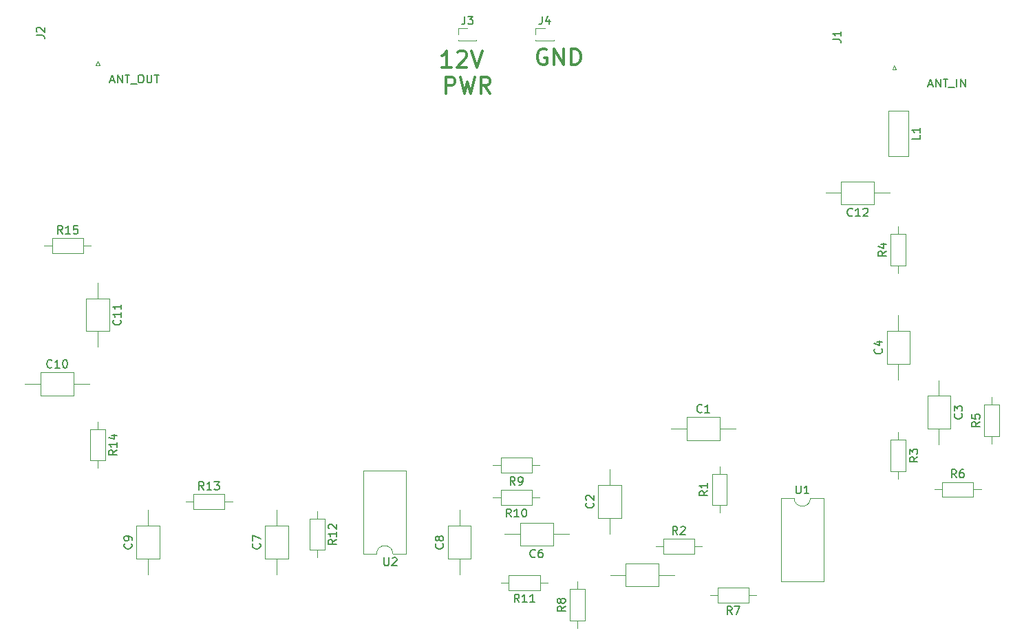
<source format=gbr>
%TF.GenerationSoftware,KiCad,Pcbnew,8.0.3*%
%TF.CreationDate,2024-09-19T11:22:37+05:30*%
%TF.ProjectId,VLF amplifier,564c4620-616d-4706-9c69-666965722e6b,rev?*%
%TF.SameCoordinates,Original*%
%TF.FileFunction,Legend,Top*%
%TF.FilePolarity,Positive*%
%FSLAX46Y46*%
G04 Gerber Fmt 4.6, Leading zero omitted, Abs format (unit mm)*
G04 Created by KiCad (PCBNEW 8.0.3) date 2024-09-19 11:22:37*
%MOMM*%
%LPD*%
G01*
G04 APERTURE LIST*
%ADD10C,0.300000*%
%ADD11C,0.150000*%
%ADD12C,0.120000*%
G04 APERTURE END LIST*
D10*
X165221177Y-66834876D02*
X165030701Y-66739638D01*
X165030701Y-66739638D02*
X164744987Y-66739638D01*
X164744987Y-66739638D02*
X164459272Y-66834876D01*
X164459272Y-66834876D02*
X164268796Y-67025352D01*
X164268796Y-67025352D02*
X164173558Y-67215828D01*
X164173558Y-67215828D02*
X164078320Y-67596780D01*
X164078320Y-67596780D02*
X164078320Y-67882495D01*
X164078320Y-67882495D02*
X164173558Y-68263447D01*
X164173558Y-68263447D02*
X164268796Y-68453923D01*
X164268796Y-68453923D02*
X164459272Y-68644400D01*
X164459272Y-68644400D02*
X164744987Y-68739638D01*
X164744987Y-68739638D02*
X164935463Y-68739638D01*
X164935463Y-68739638D02*
X165221177Y-68644400D01*
X165221177Y-68644400D02*
X165316415Y-68549161D01*
X165316415Y-68549161D02*
X165316415Y-67882495D01*
X165316415Y-67882495D02*
X164935463Y-67882495D01*
X166173558Y-68739638D02*
X166173558Y-66739638D01*
X166173558Y-66739638D02*
X167316415Y-68739638D01*
X167316415Y-68739638D02*
X167316415Y-66739638D01*
X168268796Y-68739638D02*
X168268796Y-66739638D01*
X168268796Y-66739638D02*
X168744986Y-66739638D01*
X168744986Y-66739638D02*
X169030701Y-66834876D01*
X169030701Y-66834876D02*
X169221177Y-67025352D01*
X169221177Y-67025352D02*
X169316415Y-67215828D01*
X169316415Y-67215828D02*
X169411653Y-67596780D01*
X169411653Y-67596780D02*
X169411653Y-67882495D01*
X169411653Y-67882495D02*
X169316415Y-68263447D01*
X169316415Y-68263447D02*
X169221177Y-68453923D01*
X169221177Y-68453923D02*
X169030701Y-68644400D01*
X169030701Y-68644400D02*
X168744986Y-68739638D01*
X168744986Y-68739638D02*
X168268796Y-68739638D01*
X153499999Y-69019750D02*
X152357142Y-69019750D01*
X152928570Y-69019750D02*
X152928570Y-67019750D01*
X152928570Y-67019750D02*
X152738094Y-67305464D01*
X152738094Y-67305464D02*
X152547618Y-67495940D01*
X152547618Y-67495940D02*
X152357142Y-67591178D01*
X154261904Y-67210226D02*
X154357142Y-67114988D01*
X154357142Y-67114988D02*
X154547618Y-67019750D01*
X154547618Y-67019750D02*
X155023809Y-67019750D01*
X155023809Y-67019750D02*
X155214285Y-67114988D01*
X155214285Y-67114988D02*
X155309523Y-67210226D01*
X155309523Y-67210226D02*
X155404761Y-67400702D01*
X155404761Y-67400702D02*
X155404761Y-67591178D01*
X155404761Y-67591178D02*
X155309523Y-67876892D01*
X155309523Y-67876892D02*
X154166666Y-69019750D01*
X154166666Y-69019750D02*
X155404761Y-69019750D01*
X155976190Y-67019750D02*
X156642856Y-69019750D01*
X156642856Y-69019750D02*
X157309523Y-67019750D01*
X152833333Y-72239638D02*
X152833333Y-70239638D01*
X152833333Y-70239638D02*
X153595238Y-70239638D01*
X153595238Y-70239638D02*
X153785714Y-70334876D01*
X153785714Y-70334876D02*
X153880952Y-70430114D01*
X153880952Y-70430114D02*
X153976190Y-70620590D01*
X153976190Y-70620590D02*
X153976190Y-70906304D01*
X153976190Y-70906304D02*
X153880952Y-71096780D01*
X153880952Y-71096780D02*
X153785714Y-71192019D01*
X153785714Y-71192019D02*
X153595238Y-71287257D01*
X153595238Y-71287257D02*
X152833333Y-71287257D01*
X154642857Y-70239638D02*
X155119047Y-72239638D01*
X155119047Y-72239638D02*
X155500000Y-70811066D01*
X155500000Y-70811066D02*
X155880952Y-72239638D01*
X155880952Y-72239638D02*
X156357143Y-70239638D01*
X158261904Y-72239638D02*
X157595237Y-71287257D01*
X157119047Y-72239638D02*
X157119047Y-70239638D01*
X157119047Y-70239638D02*
X157880952Y-70239638D01*
X157880952Y-70239638D02*
X158071428Y-70334876D01*
X158071428Y-70334876D02*
X158166666Y-70430114D01*
X158166666Y-70430114D02*
X158261904Y-70620590D01*
X158261904Y-70620590D02*
X158261904Y-70906304D01*
X158261904Y-70906304D02*
X158166666Y-71096780D01*
X158166666Y-71096780D02*
X158071428Y-71192019D01*
X158071428Y-71192019D02*
X157880952Y-71287257D01*
X157880952Y-71287257D02*
X157119047Y-71287257D01*
D11*
X161857142Y-134874819D02*
X161523809Y-134398628D01*
X161285714Y-134874819D02*
X161285714Y-133874819D01*
X161285714Y-133874819D02*
X161666666Y-133874819D01*
X161666666Y-133874819D02*
X161761904Y-133922438D01*
X161761904Y-133922438D02*
X161809523Y-133970057D01*
X161809523Y-133970057D02*
X161857142Y-134065295D01*
X161857142Y-134065295D02*
X161857142Y-134208152D01*
X161857142Y-134208152D02*
X161809523Y-134303390D01*
X161809523Y-134303390D02*
X161761904Y-134351009D01*
X161761904Y-134351009D02*
X161666666Y-134398628D01*
X161666666Y-134398628D02*
X161285714Y-134398628D01*
X162809523Y-134874819D02*
X162238095Y-134874819D01*
X162523809Y-134874819D02*
X162523809Y-133874819D01*
X162523809Y-133874819D02*
X162428571Y-134017676D01*
X162428571Y-134017676D02*
X162333333Y-134112914D01*
X162333333Y-134112914D02*
X162238095Y-134160533D01*
X163761904Y-134874819D02*
X163190476Y-134874819D01*
X163476190Y-134874819D02*
X163476190Y-133874819D01*
X163476190Y-133874819D02*
X163380952Y-134017676D01*
X163380952Y-134017676D02*
X163285714Y-134112914D01*
X163285714Y-134112914D02*
X163190476Y-134160533D01*
X218534819Y-112666666D02*
X218058628Y-112999999D01*
X218534819Y-113238094D02*
X217534819Y-113238094D01*
X217534819Y-113238094D02*
X217534819Y-112857142D01*
X217534819Y-112857142D02*
X217582438Y-112761904D01*
X217582438Y-112761904D02*
X217630057Y-112714285D01*
X217630057Y-112714285D02*
X217725295Y-112666666D01*
X217725295Y-112666666D02*
X217868152Y-112666666D01*
X217868152Y-112666666D02*
X217963390Y-112714285D01*
X217963390Y-112714285D02*
X218011009Y-112761904D01*
X218011009Y-112761904D02*
X218058628Y-112857142D01*
X218058628Y-112857142D02*
X218058628Y-113238094D01*
X217534819Y-111761904D02*
X217534819Y-112238094D01*
X217534819Y-112238094D02*
X218011009Y-112285713D01*
X218011009Y-112285713D02*
X217963390Y-112238094D01*
X217963390Y-112238094D02*
X217915771Y-112142856D01*
X217915771Y-112142856D02*
X217915771Y-111904761D01*
X217915771Y-111904761D02*
X217963390Y-111809523D01*
X217963390Y-111809523D02*
X218011009Y-111761904D01*
X218011009Y-111761904D02*
X218106247Y-111714285D01*
X218106247Y-111714285D02*
X218344342Y-111714285D01*
X218344342Y-111714285D02*
X218439580Y-111761904D01*
X218439580Y-111761904D02*
X218487200Y-111809523D01*
X218487200Y-111809523D02*
X218534819Y-111904761D01*
X218534819Y-111904761D02*
X218534819Y-112142856D01*
X218534819Y-112142856D02*
X218487200Y-112238094D01*
X218487200Y-112238094D02*
X218439580Y-112285713D01*
X210874819Y-116976666D02*
X210398628Y-117309999D01*
X210874819Y-117548094D02*
X209874819Y-117548094D01*
X209874819Y-117548094D02*
X209874819Y-117167142D01*
X209874819Y-117167142D02*
X209922438Y-117071904D01*
X209922438Y-117071904D02*
X209970057Y-117024285D01*
X209970057Y-117024285D02*
X210065295Y-116976666D01*
X210065295Y-116976666D02*
X210208152Y-116976666D01*
X210208152Y-116976666D02*
X210303390Y-117024285D01*
X210303390Y-117024285D02*
X210351009Y-117071904D01*
X210351009Y-117071904D02*
X210398628Y-117167142D01*
X210398628Y-117167142D02*
X210398628Y-117548094D01*
X209874819Y-116643332D02*
X209874819Y-116024285D01*
X209874819Y-116024285D02*
X210255771Y-116357618D01*
X210255771Y-116357618D02*
X210255771Y-116214761D01*
X210255771Y-116214761D02*
X210303390Y-116119523D01*
X210303390Y-116119523D02*
X210351009Y-116071904D01*
X210351009Y-116071904D02*
X210446247Y-116024285D01*
X210446247Y-116024285D02*
X210684342Y-116024285D01*
X210684342Y-116024285D02*
X210779580Y-116071904D01*
X210779580Y-116071904D02*
X210827200Y-116119523D01*
X210827200Y-116119523D02*
X210874819Y-116214761D01*
X210874819Y-116214761D02*
X210874819Y-116500475D01*
X210874819Y-116500475D02*
X210827200Y-116595713D01*
X210827200Y-116595713D02*
X210779580Y-116643332D01*
X152439580Y-127666666D02*
X152487200Y-127714285D01*
X152487200Y-127714285D02*
X152534819Y-127857142D01*
X152534819Y-127857142D02*
X152534819Y-127952380D01*
X152534819Y-127952380D02*
X152487200Y-128095237D01*
X152487200Y-128095237D02*
X152391961Y-128190475D01*
X152391961Y-128190475D02*
X152296723Y-128238094D01*
X152296723Y-128238094D02*
X152106247Y-128285713D01*
X152106247Y-128285713D02*
X151963390Y-128285713D01*
X151963390Y-128285713D02*
X151772914Y-128238094D01*
X151772914Y-128238094D02*
X151677676Y-128190475D01*
X151677676Y-128190475D02*
X151582438Y-128095237D01*
X151582438Y-128095237D02*
X151534819Y-127952380D01*
X151534819Y-127952380D02*
X151534819Y-127857142D01*
X151534819Y-127857142D02*
X151582438Y-127714285D01*
X151582438Y-127714285D02*
X151630057Y-127666666D01*
X151963390Y-127095237D02*
X151915771Y-127190475D01*
X151915771Y-127190475D02*
X151868152Y-127238094D01*
X151868152Y-127238094D02*
X151772914Y-127285713D01*
X151772914Y-127285713D02*
X151725295Y-127285713D01*
X151725295Y-127285713D02*
X151630057Y-127238094D01*
X151630057Y-127238094D02*
X151582438Y-127190475D01*
X151582438Y-127190475D02*
X151534819Y-127095237D01*
X151534819Y-127095237D02*
X151534819Y-126904761D01*
X151534819Y-126904761D02*
X151582438Y-126809523D01*
X151582438Y-126809523D02*
X151630057Y-126761904D01*
X151630057Y-126761904D02*
X151725295Y-126714285D01*
X151725295Y-126714285D02*
X151772914Y-126714285D01*
X151772914Y-126714285D02*
X151868152Y-126761904D01*
X151868152Y-126761904D02*
X151915771Y-126809523D01*
X151915771Y-126809523D02*
X151963390Y-126904761D01*
X151963390Y-126904761D02*
X151963390Y-127095237D01*
X151963390Y-127095237D02*
X152011009Y-127190475D01*
X152011009Y-127190475D02*
X152058628Y-127238094D01*
X152058628Y-127238094D02*
X152153866Y-127285713D01*
X152153866Y-127285713D02*
X152344342Y-127285713D01*
X152344342Y-127285713D02*
X152439580Y-127238094D01*
X152439580Y-127238094D02*
X152487200Y-127190475D01*
X152487200Y-127190475D02*
X152534819Y-127095237D01*
X152534819Y-127095237D02*
X152534819Y-126904761D01*
X152534819Y-126904761D02*
X152487200Y-126809523D01*
X152487200Y-126809523D02*
X152439580Y-126761904D01*
X152439580Y-126761904D02*
X152344342Y-126714285D01*
X152344342Y-126714285D02*
X152153866Y-126714285D01*
X152153866Y-126714285D02*
X152058628Y-126761904D01*
X152058628Y-126761904D02*
X152011009Y-126809523D01*
X152011009Y-126809523D02*
X151963390Y-126904761D01*
X105667142Y-89534819D02*
X105333809Y-89058628D01*
X105095714Y-89534819D02*
X105095714Y-88534819D01*
X105095714Y-88534819D02*
X105476666Y-88534819D01*
X105476666Y-88534819D02*
X105571904Y-88582438D01*
X105571904Y-88582438D02*
X105619523Y-88630057D01*
X105619523Y-88630057D02*
X105667142Y-88725295D01*
X105667142Y-88725295D02*
X105667142Y-88868152D01*
X105667142Y-88868152D02*
X105619523Y-88963390D01*
X105619523Y-88963390D02*
X105571904Y-89011009D01*
X105571904Y-89011009D02*
X105476666Y-89058628D01*
X105476666Y-89058628D02*
X105095714Y-89058628D01*
X106619523Y-89534819D02*
X106048095Y-89534819D01*
X106333809Y-89534819D02*
X106333809Y-88534819D01*
X106333809Y-88534819D02*
X106238571Y-88677676D01*
X106238571Y-88677676D02*
X106143333Y-88772914D01*
X106143333Y-88772914D02*
X106048095Y-88820533D01*
X107524285Y-88534819D02*
X107048095Y-88534819D01*
X107048095Y-88534819D02*
X107000476Y-89011009D01*
X107000476Y-89011009D02*
X107048095Y-88963390D01*
X107048095Y-88963390D02*
X107143333Y-88915771D01*
X107143333Y-88915771D02*
X107381428Y-88915771D01*
X107381428Y-88915771D02*
X107476666Y-88963390D01*
X107476666Y-88963390D02*
X107524285Y-89011009D01*
X107524285Y-89011009D02*
X107571904Y-89106247D01*
X107571904Y-89106247D02*
X107571904Y-89344342D01*
X107571904Y-89344342D02*
X107524285Y-89439580D01*
X107524285Y-89439580D02*
X107476666Y-89487200D01*
X107476666Y-89487200D02*
X107381428Y-89534819D01*
X107381428Y-89534819D02*
X107143333Y-89534819D01*
X107143333Y-89534819D02*
X107048095Y-89487200D01*
X107048095Y-89487200D02*
X107000476Y-89439580D01*
X164666666Y-62759819D02*
X164666666Y-63474104D01*
X164666666Y-63474104D02*
X164619047Y-63616961D01*
X164619047Y-63616961D02*
X164523809Y-63712200D01*
X164523809Y-63712200D02*
X164380952Y-63759819D01*
X164380952Y-63759819D02*
X164285714Y-63759819D01*
X165571428Y-63093152D02*
X165571428Y-63759819D01*
X165333333Y-62712200D02*
X165095238Y-63426485D01*
X165095238Y-63426485D02*
X165714285Y-63426485D01*
X184333333Y-111439580D02*
X184285714Y-111487200D01*
X184285714Y-111487200D02*
X184142857Y-111534819D01*
X184142857Y-111534819D02*
X184047619Y-111534819D01*
X184047619Y-111534819D02*
X183904762Y-111487200D01*
X183904762Y-111487200D02*
X183809524Y-111391961D01*
X183809524Y-111391961D02*
X183761905Y-111296723D01*
X183761905Y-111296723D02*
X183714286Y-111106247D01*
X183714286Y-111106247D02*
X183714286Y-110963390D01*
X183714286Y-110963390D02*
X183761905Y-110772914D01*
X183761905Y-110772914D02*
X183809524Y-110677676D01*
X183809524Y-110677676D02*
X183904762Y-110582438D01*
X183904762Y-110582438D02*
X184047619Y-110534819D01*
X184047619Y-110534819D02*
X184142857Y-110534819D01*
X184142857Y-110534819D02*
X184285714Y-110582438D01*
X184285714Y-110582438D02*
X184333333Y-110630057D01*
X185285714Y-111534819D02*
X184714286Y-111534819D01*
X185000000Y-111534819D02*
X185000000Y-110534819D01*
X185000000Y-110534819D02*
X184904762Y-110677676D01*
X184904762Y-110677676D02*
X184809524Y-110772914D01*
X184809524Y-110772914D02*
X184714286Y-110820533D01*
X112779580Y-100142857D02*
X112827200Y-100190476D01*
X112827200Y-100190476D02*
X112874819Y-100333333D01*
X112874819Y-100333333D02*
X112874819Y-100428571D01*
X112874819Y-100428571D02*
X112827200Y-100571428D01*
X112827200Y-100571428D02*
X112731961Y-100666666D01*
X112731961Y-100666666D02*
X112636723Y-100714285D01*
X112636723Y-100714285D02*
X112446247Y-100761904D01*
X112446247Y-100761904D02*
X112303390Y-100761904D01*
X112303390Y-100761904D02*
X112112914Y-100714285D01*
X112112914Y-100714285D02*
X112017676Y-100666666D01*
X112017676Y-100666666D02*
X111922438Y-100571428D01*
X111922438Y-100571428D02*
X111874819Y-100428571D01*
X111874819Y-100428571D02*
X111874819Y-100333333D01*
X111874819Y-100333333D02*
X111922438Y-100190476D01*
X111922438Y-100190476D02*
X111970057Y-100142857D01*
X112874819Y-99190476D02*
X112874819Y-99761904D01*
X112874819Y-99476190D02*
X111874819Y-99476190D01*
X111874819Y-99476190D02*
X112017676Y-99571428D01*
X112017676Y-99571428D02*
X112112914Y-99666666D01*
X112112914Y-99666666D02*
X112160533Y-99761904D01*
X112874819Y-98238095D02*
X112874819Y-98809523D01*
X112874819Y-98523809D02*
X111874819Y-98523809D01*
X111874819Y-98523809D02*
X112017676Y-98619047D01*
X112017676Y-98619047D02*
X112112914Y-98714285D01*
X112112914Y-98714285D02*
X112160533Y-98809523D01*
X202857142Y-87279580D02*
X202809523Y-87327200D01*
X202809523Y-87327200D02*
X202666666Y-87374819D01*
X202666666Y-87374819D02*
X202571428Y-87374819D01*
X202571428Y-87374819D02*
X202428571Y-87327200D01*
X202428571Y-87327200D02*
X202333333Y-87231961D01*
X202333333Y-87231961D02*
X202285714Y-87136723D01*
X202285714Y-87136723D02*
X202238095Y-86946247D01*
X202238095Y-86946247D02*
X202238095Y-86803390D01*
X202238095Y-86803390D02*
X202285714Y-86612914D01*
X202285714Y-86612914D02*
X202333333Y-86517676D01*
X202333333Y-86517676D02*
X202428571Y-86422438D01*
X202428571Y-86422438D02*
X202571428Y-86374819D01*
X202571428Y-86374819D02*
X202666666Y-86374819D01*
X202666666Y-86374819D02*
X202809523Y-86422438D01*
X202809523Y-86422438D02*
X202857142Y-86470057D01*
X203809523Y-87374819D02*
X203238095Y-87374819D01*
X203523809Y-87374819D02*
X203523809Y-86374819D01*
X203523809Y-86374819D02*
X203428571Y-86517676D01*
X203428571Y-86517676D02*
X203333333Y-86612914D01*
X203333333Y-86612914D02*
X203238095Y-86660533D01*
X204190476Y-86470057D02*
X204238095Y-86422438D01*
X204238095Y-86422438D02*
X204333333Y-86374819D01*
X204333333Y-86374819D02*
X204571428Y-86374819D01*
X204571428Y-86374819D02*
X204666666Y-86422438D01*
X204666666Y-86422438D02*
X204714285Y-86470057D01*
X204714285Y-86470057D02*
X204761904Y-86565295D01*
X204761904Y-86565295D02*
X204761904Y-86660533D01*
X204761904Y-86660533D02*
X204714285Y-86803390D01*
X204714285Y-86803390D02*
X204142857Y-87374819D01*
X204142857Y-87374819D02*
X204761904Y-87374819D01*
X123047142Y-121034819D02*
X122713809Y-120558628D01*
X122475714Y-121034819D02*
X122475714Y-120034819D01*
X122475714Y-120034819D02*
X122856666Y-120034819D01*
X122856666Y-120034819D02*
X122951904Y-120082438D01*
X122951904Y-120082438D02*
X122999523Y-120130057D01*
X122999523Y-120130057D02*
X123047142Y-120225295D01*
X123047142Y-120225295D02*
X123047142Y-120368152D01*
X123047142Y-120368152D02*
X122999523Y-120463390D01*
X122999523Y-120463390D02*
X122951904Y-120511009D01*
X122951904Y-120511009D02*
X122856666Y-120558628D01*
X122856666Y-120558628D02*
X122475714Y-120558628D01*
X123999523Y-121034819D02*
X123428095Y-121034819D01*
X123713809Y-121034819D02*
X123713809Y-120034819D01*
X123713809Y-120034819D02*
X123618571Y-120177676D01*
X123618571Y-120177676D02*
X123523333Y-120272914D01*
X123523333Y-120272914D02*
X123428095Y-120320533D01*
X124332857Y-120034819D02*
X124951904Y-120034819D01*
X124951904Y-120034819D02*
X124618571Y-120415771D01*
X124618571Y-120415771D02*
X124761428Y-120415771D01*
X124761428Y-120415771D02*
X124856666Y-120463390D01*
X124856666Y-120463390D02*
X124904285Y-120511009D01*
X124904285Y-120511009D02*
X124951904Y-120606247D01*
X124951904Y-120606247D02*
X124951904Y-120844342D01*
X124951904Y-120844342D02*
X124904285Y-120939580D01*
X124904285Y-120939580D02*
X124856666Y-120987200D01*
X124856666Y-120987200D02*
X124761428Y-121034819D01*
X124761428Y-121034819D02*
X124475714Y-121034819D01*
X124475714Y-121034819D02*
X124380476Y-120987200D01*
X124380476Y-120987200D02*
X124332857Y-120939580D01*
X185034819Y-121166666D02*
X184558628Y-121499999D01*
X185034819Y-121738094D02*
X184034819Y-121738094D01*
X184034819Y-121738094D02*
X184034819Y-121357142D01*
X184034819Y-121357142D02*
X184082438Y-121261904D01*
X184082438Y-121261904D02*
X184130057Y-121214285D01*
X184130057Y-121214285D02*
X184225295Y-121166666D01*
X184225295Y-121166666D02*
X184368152Y-121166666D01*
X184368152Y-121166666D02*
X184463390Y-121214285D01*
X184463390Y-121214285D02*
X184511009Y-121261904D01*
X184511009Y-121261904D02*
X184558628Y-121357142D01*
X184558628Y-121357142D02*
X184558628Y-121738094D01*
X185034819Y-120214285D02*
X185034819Y-120785713D01*
X185034819Y-120499999D02*
X184034819Y-120499999D01*
X184034819Y-120499999D02*
X184177676Y-120595237D01*
X184177676Y-120595237D02*
X184272914Y-120690475D01*
X184272914Y-120690475D02*
X184320533Y-120785713D01*
X207034819Y-91666666D02*
X206558628Y-91999999D01*
X207034819Y-92238094D02*
X206034819Y-92238094D01*
X206034819Y-92238094D02*
X206034819Y-91857142D01*
X206034819Y-91857142D02*
X206082438Y-91761904D01*
X206082438Y-91761904D02*
X206130057Y-91714285D01*
X206130057Y-91714285D02*
X206225295Y-91666666D01*
X206225295Y-91666666D02*
X206368152Y-91666666D01*
X206368152Y-91666666D02*
X206463390Y-91714285D01*
X206463390Y-91714285D02*
X206511009Y-91761904D01*
X206511009Y-91761904D02*
X206558628Y-91857142D01*
X206558628Y-91857142D02*
X206558628Y-92238094D01*
X206368152Y-90809523D02*
X207034819Y-90809523D01*
X205987200Y-91047618D02*
X206701485Y-91285713D01*
X206701485Y-91285713D02*
X206701485Y-90666666D01*
X181333333Y-126534819D02*
X181000000Y-126058628D01*
X180761905Y-126534819D02*
X180761905Y-125534819D01*
X180761905Y-125534819D02*
X181142857Y-125534819D01*
X181142857Y-125534819D02*
X181238095Y-125582438D01*
X181238095Y-125582438D02*
X181285714Y-125630057D01*
X181285714Y-125630057D02*
X181333333Y-125725295D01*
X181333333Y-125725295D02*
X181333333Y-125868152D01*
X181333333Y-125868152D02*
X181285714Y-125963390D01*
X181285714Y-125963390D02*
X181238095Y-126011009D01*
X181238095Y-126011009D02*
X181142857Y-126058628D01*
X181142857Y-126058628D02*
X180761905Y-126058628D01*
X181714286Y-125630057D02*
X181761905Y-125582438D01*
X181761905Y-125582438D02*
X181857143Y-125534819D01*
X181857143Y-125534819D02*
X182095238Y-125534819D01*
X182095238Y-125534819D02*
X182190476Y-125582438D01*
X182190476Y-125582438D02*
X182238095Y-125630057D01*
X182238095Y-125630057D02*
X182285714Y-125725295D01*
X182285714Y-125725295D02*
X182285714Y-125820533D01*
X182285714Y-125820533D02*
X182238095Y-125963390D01*
X182238095Y-125963390D02*
X181666667Y-126534819D01*
X181666667Y-126534819D02*
X182285714Y-126534819D01*
X170939580Y-122666666D02*
X170987200Y-122714285D01*
X170987200Y-122714285D02*
X171034819Y-122857142D01*
X171034819Y-122857142D02*
X171034819Y-122952380D01*
X171034819Y-122952380D02*
X170987200Y-123095237D01*
X170987200Y-123095237D02*
X170891961Y-123190475D01*
X170891961Y-123190475D02*
X170796723Y-123238094D01*
X170796723Y-123238094D02*
X170606247Y-123285713D01*
X170606247Y-123285713D02*
X170463390Y-123285713D01*
X170463390Y-123285713D02*
X170272914Y-123238094D01*
X170272914Y-123238094D02*
X170177676Y-123190475D01*
X170177676Y-123190475D02*
X170082438Y-123095237D01*
X170082438Y-123095237D02*
X170034819Y-122952380D01*
X170034819Y-122952380D02*
X170034819Y-122857142D01*
X170034819Y-122857142D02*
X170082438Y-122714285D01*
X170082438Y-122714285D02*
X170130057Y-122666666D01*
X170130057Y-122285713D02*
X170082438Y-122238094D01*
X170082438Y-122238094D02*
X170034819Y-122142856D01*
X170034819Y-122142856D02*
X170034819Y-121904761D01*
X170034819Y-121904761D02*
X170082438Y-121809523D01*
X170082438Y-121809523D02*
X170130057Y-121761904D01*
X170130057Y-121761904D02*
X170225295Y-121714285D01*
X170225295Y-121714285D02*
X170320533Y-121714285D01*
X170320533Y-121714285D02*
X170463390Y-121761904D01*
X170463390Y-121761904D02*
X171034819Y-122333332D01*
X171034819Y-122333332D02*
X171034819Y-121714285D01*
X167534819Y-135356666D02*
X167058628Y-135689999D01*
X167534819Y-135928094D02*
X166534819Y-135928094D01*
X166534819Y-135928094D02*
X166534819Y-135547142D01*
X166534819Y-135547142D02*
X166582438Y-135451904D01*
X166582438Y-135451904D02*
X166630057Y-135404285D01*
X166630057Y-135404285D02*
X166725295Y-135356666D01*
X166725295Y-135356666D02*
X166868152Y-135356666D01*
X166868152Y-135356666D02*
X166963390Y-135404285D01*
X166963390Y-135404285D02*
X167011009Y-135451904D01*
X167011009Y-135451904D02*
X167058628Y-135547142D01*
X167058628Y-135547142D02*
X167058628Y-135928094D01*
X166963390Y-134785237D02*
X166915771Y-134880475D01*
X166915771Y-134880475D02*
X166868152Y-134928094D01*
X166868152Y-134928094D02*
X166772914Y-134975713D01*
X166772914Y-134975713D02*
X166725295Y-134975713D01*
X166725295Y-134975713D02*
X166630057Y-134928094D01*
X166630057Y-134928094D02*
X166582438Y-134880475D01*
X166582438Y-134880475D02*
X166534819Y-134785237D01*
X166534819Y-134785237D02*
X166534819Y-134594761D01*
X166534819Y-134594761D02*
X166582438Y-134499523D01*
X166582438Y-134499523D02*
X166630057Y-134451904D01*
X166630057Y-134451904D02*
X166725295Y-134404285D01*
X166725295Y-134404285D02*
X166772914Y-134404285D01*
X166772914Y-134404285D02*
X166868152Y-134451904D01*
X166868152Y-134451904D02*
X166915771Y-134499523D01*
X166915771Y-134499523D02*
X166963390Y-134594761D01*
X166963390Y-134594761D02*
X166963390Y-134785237D01*
X166963390Y-134785237D02*
X167011009Y-134880475D01*
X167011009Y-134880475D02*
X167058628Y-134928094D01*
X167058628Y-134928094D02*
X167153866Y-134975713D01*
X167153866Y-134975713D02*
X167344342Y-134975713D01*
X167344342Y-134975713D02*
X167439580Y-134928094D01*
X167439580Y-134928094D02*
X167487200Y-134880475D01*
X167487200Y-134880475D02*
X167534819Y-134785237D01*
X167534819Y-134785237D02*
X167534819Y-134594761D01*
X167534819Y-134594761D02*
X167487200Y-134499523D01*
X167487200Y-134499523D02*
X167439580Y-134451904D01*
X167439580Y-134451904D02*
X167344342Y-134404285D01*
X167344342Y-134404285D02*
X167153866Y-134404285D01*
X167153866Y-134404285D02*
X167058628Y-134451904D01*
X167058628Y-134451904D02*
X167011009Y-134499523D01*
X167011009Y-134499523D02*
X166963390Y-134594761D01*
X216279580Y-111666666D02*
X216327200Y-111714285D01*
X216327200Y-111714285D02*
X216374819Y-111857142D01*
X216374819Y-111857142D02*
X216374819Y-111952380D01*
X216374819Y-111952380D02*
X216327200Y-112095237D01*
X216327200Y-112095237D02*
X216231961Y-112190475D01*
X216231961Y-112190475D02*
X216136723Y-112238094D01*
X216136723Y-112238094D02*
X215946247Y-112285713D01*
X215946247Y-112285713D02*
X215803390Y-112285713D01*
X215803390Y-112285713D02*
X215612914Y-112238094D01*
X215612914Y-112238094D02*
X215517676Y-112190475D01*
X215517676Y-112190475D02*
X215422438Y-112095237D01*
X215422438Y-112095237D02*
X215374819Y-111952380D01*
X215374819Y-111952380D02*
X215374819Y-111857142D01*
X215374819Y-111857142D02*
X215422438Y-111714285D01*
X215422438Y-111714285D02*
X215470057Y-111666666D01*
X215374819Y-111333332D02*
X215374819Y-110714285D01*
X215374819Y-110714285D02*
X215755771Y-111047618D01*
X215755771Y-111047618D02*
X215755771Y-110904761D01*
X215755771Y-110904761D02*
X215803390Y-110809523D01*
X215803390Y-110809523D02*
X215851009Y-110761904D01*
X215851009Y-110761904D02*
X215946247Y-110714285D01*
X215946247Y-110714285D02*
X216184342Y-110714285D01*
X216184342Y-110714285D02*
X216279580Y-110761904D01*
X216279580Y-110761904D02*
X216327200Y-110809523D01*
X216327200Y-110809523D02*
X216374819Y-110904761D01*
X216374819Y-110904761D02*
X216374819Y-111190475D01*
X216374819Y-111190475D02*
X216327200Y-111285713D01*
X216327200Y-111285713D02*
X216279580Y-111333332D01*
X188023333Y-136374819D02*
X187690000Y-135898628D01*
X187451905Y-136374819D02*
X187451905Y-135374819D01*
X187451905Y-135374819D02*
X187832857Y-135374819D01*
X187832857Y-135374819D02*
X187928095Y-135422438D01*
X187928095Y-135422438D02*
X187975714Y-135470057D01*
X187975714Y-135470057D02*
X188023333Y-135565295D01*
X188023333Y-135565295D02*
X188023333Y-135708152D01*
X188023333Y-135708152D02*
X187975714Y-135803390D01*
X187975714Y-135803390D02*
X187928095Y-135851009D01*
X187928095Y-135851009D02*
X187832857Y-135898628D01*
X187832857Y-135898628D02*
X187451905Y-135898628D01*
X188356667Y-135374819D02*
X189023333Y-135374819D01*
X189023333Y-135374819D02*
X188594762Y-136374819D01*
X155166666Y-62759819D02*
X155166666Y-63474104D01*
X155166666Y-63474104D02*
X155119047Y-63616961D01*
X155119047Y-63616961D02*
X155023809Y-63712200D01*
X155023809Y-63712200D02*
X154880952Y-63759819D01*
X154880952Y-63759819D02*
X154785714Y-63759819D01*
X155547619Y-62759819D02*
X156166666Y-62759819D01*
X156166666Y-62759819D02*
X155833333Y-63140771D01*
X155833333Y-63140771D02*
X155976190Y-63140771D01*
X155976190Y-63140771D02*
X156071428Y-63188390D01*
X156071428Y-63188390D02*
X156119047Y-63236009D01*
X156119047Y-63236009D02*
X156166666Y-63331247D01*
X156166666Y-63331247D02*
X156166666Y-63569342D01*
X156166666Y-63569342D02*
X156119047Y-63664580D01*
X156119047Y-63664580D02*
X156071428Y-63712200D01*
X156071428Y-63712200D02*
X155976190Y-63759819D01*
X155976190Y-63759819D02*
X155690476Y-63759819D01*
X155690476Y-63759819D02*
X155595238Y-63712200D01*
X155595238Y-63712200D02*
X155547619Y-63664580D01*
X215643333Y-119534819D02*
X215310000Y-119058628D01*
X215071905Y-119534819D02*
X215071905Y-118534819D01*
X215071905Y-118534819D02*
X215452857Y-118534819D01*
X215452857Y-118534819D02*
X215548095Y-118582438D01*
X215548095Y-118582438D02*
X215595714Y-118630057D01*
X215595714Y-118630057D02*
X215643333Y-118725295D01*
X215643333Y-118725295D02*
X215643333Y-118868152D01*
X215643333Y-118868152D02*
X215595714Y-118963390D01*
X215595714Y-118963390D02*
X215548095Y-119011009D01*
X215548095Y-119011009D02*
X215452857Y-119058628D01*
X215452857Y-119058628D02*
X215071905Y-119058628D01*
X216500476Y-118534819D02*
X216310000Y-118534819D01*
X216310000Y-118534819D02*
X216214762Y-118582438D01*
X216214762Y-118582438D02*
X216167143Y-118630057D01*
X216167143Y-118630057D02*
X216071905Y-118772914D01*
X216071905Y-118772914D02*
X216024286Y-118963390D01*
X216024286Y-118963390D02*
X216024286Y-119344342D01*
X216024286Y-119344342D02*
X216071905Y-119439580D01*
X216071905Y-119439580D02*
X216119524Y-119487200D01*
X216119524Y-119487200D02*
X216214762Y-119534819D01*
X216214762Y-119534819D02*
X216405238Y-119534819D01*
X216405238Y-119534819D02*
X216500476Y-119487200D01*
X216500476Y-119487200D02*
X216548095Y-119439580D01*
X216548095Y-119439580D02*
X216595714Y-119344342D01*
X216595714Y-119344342D02*
X216595714Y-119106247D01*
X216595714Y-119106247D02*
X216548095Y-119011009D01*
X216548095Y-119011009D02*
X216500476Y-118963390D01*
X216500476Y-118963390D02*
X216405238Y-118915771D01*
X216405238Y-118915771D02*
X216214762Y-118915771D01*
X216214762Y-118915771D02*
X216119524Y-118963390D01*
X216119524Y-118963390D02*
X216071905Y-119011009D01*
X216071905Y-119011009D02*
X216024286Y-119106247D01*
X104357142Y-105939580D02*
X104309523Y-105987200D01*
X104309523Y-105987200D02*
X104166666Y-106034819D01*
X104166666Y-106034819D02*
X104071428Y-106034819D01*
X104071428Y-106034819D02*
X103928571Y-105987200D01*
X103928571Y-105987200D02*
X103833333Y-105891961D01*
X103833333Y-105891961D02*
X103785714Y-105796723D01*
X103785714Y-105796723D02*
X103738095Y-105606247D01*
X103738095Y-105606247D02*
X103738095Y-105463390D01*
X103738095Y-105463390D02*
X103785714Y-105272914D01*
X103785714Y-105272914D02*
X103833333Y-105177676D01*
X103833333Y-105177676D02*
X103928571Y-105082438D01*
X103928571Y-105082438D02*
X104071428Y-105034819D01*
X104071428Y-105034819D02*
X104166666Y-105034819D01*
X104166666Y-105034819D02*
X104309523Y-105082438D01*
X104309523Y-105082438D02*
X104357142Y-105130057D01*
X105309523Y-106034819D02*
X104738095Y-106034819D01*
X105023809Y-106034819D02*
X105023809Y-105034819D01*
X105023809Y-105034819D02*
X104928571Y-105177676D01*
X104928571Y-105177676D02*
X104833333Y-105272914D01*
X104833333Y-105272914D02*
X104738095Y-105320533D01*
X105928571Y-105034819D02*
X106023809Y-105034819D01*
X106023809Y-105034819D02*
X106119047Y-105082438D01*
X106119047Y-105082438D02*
X106166666Y-105130057D01*
X106166666Y-105130057D02*
X106214285Y-105225295D01*
X106214285Y-105225295D02*
X106261904Y-105415771D01*
X106261904Y-105415771D02*
X106261904Y-105653866D01*
X106261904Y-105653866D02*
X106214285Y-105844342D01*
X106214285Y-105844342D02*
X106166666Y-105939580D01*
X106166666Y-105939580D02*
X106119047Y-105987200D01*
X106119047Y-105987200D02*
X106023809Y-106034819D01*
X106023809Y-106034819D02*
X105928571Y-106034819D01*
X105928571Y-106034819D02*
X105833333Y-105987200D01*
X105833333Y-105987200D02*
X105785714Y-105939580D01*
X105785714Y-105939580D02*
X105738095Y-105844342D01*
X105738095Y-105844342D02*
X105690476Y-105653866D01*
X105690476Y-105653866D02*
X105690476Y-105415771D01*
X105690476Y-105415771D02*
X105738095Y-105225295D01*
X105738095Y-105225295D02*
X105785714Y-105130057D01*
X105785714Y-105130057D02*
X105833333Y-105082438D01*
X105833333Y-105082438D02*
X105928571Y-105034819D01*
X102454819Y-65113333D02*
X103169104Y-65113333D01*
X103169104Y-65113333D02*
X103311961Y-65160952D01*
X103311961Y-65160952D02*
X103407200Y-65256190D01*
X103407200Y-65256190D02*
X103454819Y-65399047D01*
X103454819Y-65399047D02*
X103454819Y-65494285D01*
X102550057Y-64684761D02*
X102502438Y-64637142D01*
X102502438Y-64637142D02*
X102454819Y-64541904D01*
X102454819Y-64541904D02*
X102454819Y-64303809D01*
X102454819Y-64303809D02*
X102502438Y-64208571D01*
X102502438Y-64208571D02*
X102550057Y-64160952D01*
X102550057Y-64160952D02*
X102645295Y-64113333D01*
X102645295Y-64113333D02*
X102740533Y-64113333D01*
X102740533Y-64113333D02*
X102883390Y-64160952D01*
X102883390Y-64160952D02*
X103454819Y-64732380D01*
X103454819Y-64732380D02*
X103454819Y-64113333D01*
X111547619Y-70669104D02*
X112023809Y-70669104D01*
X111452381Y-70954819D02*
X111785714Y-69954819D01*
X111785714Y-69954819D02*
X112119047Y-70954819D01*
X112452381Y-70954819D02*
X112452381Y-69954819D01*
X112452381Y-69954819D02*
X113023809Y-70954819D01*
X113023809Y-70954819D02*
X113023809Y-69954819D01*
X113357143Y-69954819D02*
X113928571Y-69954819D01*
X113642857Y-70954819D02*
X113642857Y-69954819D01*
X114023810Y-71050057D02*
X114785714Y-71050057D01*
X115214286Y-69954819D02*
X115404762Y-69954819D01*
X115404762Y-69954819D02*
X115500000Y-70002438D01*
X115500000Y-70002438D02*
X115595238Y-70097676D01*
X115595238Y-70097676D02*
X115642857Y-70288152D01*
X115642857Y-70288152D02*
X115642857Y-70621485D01*
X115642857Y-70621485D02*
X115595238Y-70811961D01*
X115595238Y-70811961D02*
X115500000Y-70907200D01*
X115500000Y-70907200D02*
X115404762Y-70954819D01*
X115404762Y-70954819D02*
X115214286Y-70954819D01*
X115214286Y-70954819D02*
X115119048Y-70907200D01*
X115119048Y-70907200D02*
X115023810Y-70811961D01*
X115023810Y-70811961D02*
X114976191Y-70621485D01*
X114976191Y-70621485D02*
X114976191Y-70288152D01*
X114976191Y-70288152D02*
X115023810Y-70097676D01*
X115023810Y-70097676D02*
X115119048Y-70002438D01*
X115119048Y-70002438D02*
X115214286Y-69954819D01*
X116071429Y-69954819D02*
X116071429Y-70764342D01*
X116071429Y-70764342D02*
X116119048Y-70859580D01*
X116119048Y-70859580D02*
X116166667Y-70907200D01*
X116166667Y-70907200D02*
X116261905Y-70954819D01*
X116261905Y-70954819D02*
X116452381Y-70954819D01*
X116452381Y-70954819D02*
X116547619Y-70907200D01*
X116547619Y-70907200D02*
X116595238Y-70859580D01*
X116595238Y-70859580D02*
X116642857Y-70764342D01*
X116642857Y-70764342D02*
X116642857Y-69954819D01*
X116976191Y-69954819D02*
X117547619Y-69954819D01*
X117261905Y-70954819D02*
X117261905Y-69954819D01*
X200454819Y-65613333D02*
X201169104Y-65613333D01*
X201169104Y-65613333D02*
X201311961Y-65660952D01*
X201311961Y-65660952D02*
X201407200Y-65756190D01*
X201407200Y-65756190D02*
X201454819Y-65899047D01*
X201454819Y-65899047D02*
X201454819Y-65994285D01*
X201454819Y-64613333D02*
X201454819Y-65184761D01*
X201454819Y-64899047D02*
X200454819Y-64899047D01*
X200454819Y-64899047D02*
X200597676Y-64994285D01*
X200597676Y-64994285D02*
X200692914Y-65089523D01*
X200692914Y-65089523D02*
X200740533Y-65184761D01*
X212214286Y-71169104D02*
X212690476Y-71169104D01*
X212119048Y-71454819D02*
X212452381Y-70454819D01*
X212452381Y-70454819D02*
X212785714Y-71454819D01*
X213119048Y-71454819D02*
X213119048Y-70454819D01*
X213119048Y-70454819D02*
X213690476Y-71454819D01*
X213690476Y-71454819D02*
X213690476Y-70454819D01*
X214023810Y-70454819D02*
X214595238Y-70454819D01*
X214309524Y-71454819D02*
X214309524Y-70454819D01*
X214690477Y-71550057D02*
X215452381Y-71550057D01*
X215690477Y-71454819D02*
X215690477Y-70454819D01*
X216166667Y-71454819D02*
X216166667Y-70454819D01*
X216166667Y-70454819D02*
X216738095Y-71454819D01*
X216738095Y-71454819D02*
X216738095Y-70454819D01*
X211174819Y-77356666D02*
X211174819Y-77832856D01*
X211174819Y-77832856D02*
X210174819Y-77832856D01*
X211174819Y-76499523D02*
X211174819Y-77070951D01*
X211174819Y-76785237D02*
X210174819Y-76785237D01*
X210174819Y-76785237D02*
X210317676Y-76880475D01*
X210317676Y-76880475D02*
X210412914Y-76975713D01*
X210412914Y-76975713D02*
X210460533Y-77070951D01*
X145238095Y-129364819D02*
X145238095Y-130174342D01*
X145238095Y-130174342D02*
X145285714Y-130269580D01*
X145285714Y-130269580D02*
X145333333Y-130317200D01*
X145333333Y-130317200D02*
X145428571Y-130364819D01*
X145428571Y-130364819D02*
X145619047Y-130364819D01*
X145619047Y-130364819D02*
X145714285Y-130317200D01*
X145714285Y-130317200D02*
X145761904Y-130269580D01*
X145761904Y-130269580D02*
X145809523Y-130174342D01*
X145809523Y-130174342D02*
X145809523Y-129364819D01*
X146238095Y-129460057D02*
X146285714Y-129412438D01*
X146285714Y-129412438D02*
X146380952Y-129364819D01*
X146380952Y-129364819D02*
X146619047Y-129364819D01*
X146619047Y-129364819D02*
X146714285Y-129412438D01*
X146714285Y-129412438D02*
X146761904Y-129460057D01*
X146761904Y-129460057D02*
X146809523Y-129555295D01*
X146809523Y-129555295D02*
X146809523Y-129650533D01*
X146809523Y-129650533D02*
X146761904Y-129793390D01*
X146761904Y-129793390D02*
X146190476Y-130364819D01*
X146190476Y-130364819D02*
X146809523Y-130364819D01*
X114129580Y-127666666D02*
X114177200Y-127714285D01*
X114177200Y-127714285D02*
X114224819Y-127857142D01*
X114224819Y-127857142D02*
X114224819Y-127952380D01*
X114224819Y-127952380D02*
X114177200Y-128095237D01*
X114177200Y-128095237D02*
X114081961Y-128190475D01*
X114081961Y-128190475D02*
X113986723Y-128238094D01*
X113986723Y-128238094D02*
X113796247Y-128285713D01*
X113796247Y-128285713D02*
X113653390Y-128285713D01*
X113653390Y-128285713D02*
X113462914Y-128238094D01*
X113462914Y-128238094D02*
X113367676Y-128190475D01*
X113367676Y-128190475D02*
X113272438Y-128095237D01*
X113272438Y-128095237D02*
X113224819Y-127952380D01*
X113224819Y-127952380D02*
X113224819Y-127857142D01*
X113224819Y-127857142D02*
X113272438Y-127714285D01*
X113272438Y-127714285D02*
X113320057Y-127666666D01*
X114224819Y-127190475D02*
X114224819Y-126999999D01*
X114224819Y-126999999D02*
X114177200Y-126904761D01*
X114177200Y-126904761D02*
X114129580Y-126857142D01*
X114129580Y-126857142D02*
X113986723Y-126761904D01*
X113986723Y-126761904D02*
X113796247Y-126714285D01*
X113796247Y-126714285D02*
X113415295Y-126714285D01*
X113415295Y-126714285D02*
X113320057Y-126761904D01*
X113320057Y-126761904D02*
X113272438Y-126809523D01*
X113272438Y-126809523D02*
X113224819Y-126904761D01*
X113224819Y-126904761D02*
X113224819Y-127095237D01*
X113224819Y-127095237D02*
X113272438Y-127190475D01*
X113272438Y-127190475D02*
X113320057Y-127238094D01*
X113320057Y-127238094D02*
X113415295Y-127285713D01*
X113415295Y-127285713D02*
X113653390Y-127285713D01*
X113653390Y-127285713D02*
X113748628Y-127238094D01*
X113748628Y-127238094D02*
X113796247Y-127190475D01*
X113796247Y-127190475D02*
X113843866Y-127095237D01*
X113843866Y-127095237D02*
X113843866Y-126904761D01*
X113843866Y-126904761D02*
X113796247Y-126809523D01*
X113796247Y-126809523D02*
X113748628Y-126761904D01*
X113748628Y-126761904D02*
X113653390Y-126714285D01*
X206439580Y-103666666D02*
X206487200Y-103714285D01*
X206487200Y-103714285D02*
X206534819Y-103857142D01*
X206534819Y-103857142D02*
X206534819Y-103952380D01*
X206534819Y-103952380D02*
X206487200Y-104095237D01*
X206487200Y-104095237D02*
X206391961Y-104190475D01*
X206391961Y-104190475D02*
X206296723Y-104238094D01*
X206296723Y-104238094D02*
X206106247Y-104285713D01*
X206106247Y-104285713D02*
X205963390Y-104285713D01*
X205963390Y-104285713D02*
X205772914Y-104238094D01*
X205772914Y-104238094D02*
X205677676Y-104190475D01*
X205677676Y-104190475D02*
X205582438Y-104095237D01*
X205582438Y-104095237D02*
X205534819Y-103952380D01*
X205534819Y-103952380D02*
X205534819Y-103857142D01*
X205534819Y-103857142D02*
X205582438Y-103714285D01*
X205582438Y-103714285D02*
X205630057Y-103666666D01*
X205868152Y-102809523D02*
X206534819Y-102809523D01*
X205487200Y-103047618D02*
X206201485Y-103285713D01*
X206201485Y-103285713D02*
X206201485Y-102666666D01*
X195928095Y-120504819D02*
X195928095Y-121314342D01*
X195928095Y-121314342D02*
X195975714Y-121409580D01*
X195975714Y-121409580D02*
X196023333Y-121457200D01*
X196023333Y-121457200D02*
X196118571Y-121504819D01*
X196118571Y-121504819D02*
X196309047Y-121504819D01*
X196309047Y-121504819D02*
X196404285Y-121457200D01*
X196404285Y-121457200D02*
X196451904Y-121409580D01*
X196451904Y-121409580D02*
X196499523Y-121314342D01*
X196499523Y-121314342D02*
X196499523Y-120504819D01*
X197499523Y-121504819D02*
X196928095Y-121504819D01*
X197213809Y-121504819D02*
X197213809Y-120504819D01*
X197213809Y-120504819D02*
X197118571Y-120647676D01*
X197118571Y-120647676D02*
X197023333Y-120742914D01*
X197023333Y-120742914D02*
X196928095Y-120790533D01*
X129939580Y-127666666D02*
X129987200Y-127714285D01*
X129987200Y-127714285D02*
X130034819Y-127857142D01*
X130034819Y-127857142D02*
X130034819Y-127952380D01*
X130034819Y-127952380D02*
X129987200Y-128095237D01*
X129987200Y-128095237D02*
X129891961Y-128190475D01*
X129891961Y-128190475D02*
X129796723Y-128238094D01*
X129796723Y-128238094D02*
X129606247Y-128285713D01*
X129606247Y-128285713D02*
X129463390Y-128285713D01*
X129463390Y-128285713D02*
X129272914Y-128238094D01*
X129272914Y-128238094D02*
X129177676Y-128190475D01*
X129177676Y-128190475D02*
X129082438Y-128095237D01*
X129082438Y-128095237D02*
X129034819Y-127952380D01*
X129034819Y-127952380D02*
X129034819Y-127857142D01*
X129034819Y-127857142D02*
X129082438Y-127714285D01*
X129082438Y-127714285D02*
X129130057Y-127666666D01*
X129034819Y-127333332D02*
X129034819Y-126666666D01*
X129034819Y-126666666D02*
X130034819Y-127095237D01*
X163833333Y-129279580D02*
X163785714Y-129327200D01*
X163785714Y-129327200D02*
X163642857Y-129374819D01*
X163642857Y-129374819D02*
X163547619Y-129374819D01*
X163547619Y-129374819D02*
X163404762Y-129327200D01*
X163404762Y-129327200D02*
X163309524Y-129231961D01*
X163309524Y-129231961D02*
X163261905Y-129136723D01*
X163261905Y-129136723D02*
X163214286Y-128946247D01*
X163214286Y-128946247D02*
X163214286Y-128803390D01*
X163214286Y-128803390D02*
X163261905Y-128612914D01*
X163261905Y-128612914D02*
X163309524Y-128517676D01*
X163309524Y-128517676D02*
X163404762Y-128422438D01*
X163404762Y-128422438D02*
X163547619Y-128374819D01*
X163547619Y-128374819D02*
X163642857Y-128374819D01*
X163642857Y-128374819D02*
X163785714Y-128422438D01*
X163785714Y-128422438D02*
X163833333Y-128470057D01*
X164690476Y-128374819D02*
X164500000Y-128374819D01*
X164500000Y-128374819D02*
X164404762Y-128422438D01*
X164404762Y-128422438D02*
X164357143Y-128470057D01*
X164357143Y-128470057D02*
X164261905Y-128612914D01*
X164261905Y-128612914D02*
X164214286Y-128803390D01*
X164214286Y-128803390D02*
X164214286Y-129184342D01*
X164214286Y-129184342D02*
X164261905Y-129279580D01*
X164261905Y-129279580D02*
X164309524Y-129327200D01*
X164309524Y-129327200D02*
X164404762Y-129374819D01*
X164404762Y-129374819D02*
X164595238Y-129374819D01*
X164595238Y-129374819D02*
X164690476Y-129327200D01*
X164690476Y-129327200D02*
X164738095Y-129279580D01*
X164738095Y-129279580D02*
X164785714Y-129184342D01*
X164785714Y-129184342D02*
X164785714Y-128946247D01*
X164785714Y-128946247D02*
X164738095Y-128851009D01*
X164738095Y-128851009D02*
X164690476Y-128803390D01*
X164690476Y-128803390D02*
X164595238Y-128755771D01*
X164595238Y-128755771D02*
X164404762Y-128755771D01*
X164404762Y-128755771D02*
X164309524Y-128803390D01*
X164309524Y-128803390D02*
X164261905Y-128851009D01*
X164261905Y-128851009D02*
X164214286Y-128946247D01*
X161333333Y-120454819D02*
X161000000Y-119978628D01*
X160761905Y-120454819D02*
X160761905Y-119454819D01*
X160761905Y-119454819D02*
X161142857Y-119454819D01*
X161142857Y-119454819D02*
X161238095Y-119502438D01*
X161238095Y-119502438D02*
X161285714Y-119550057D01*
X161285714Y-119550057D02*
X161333333Y-119645295D01*
X161333333Y-119645295D02*
X161333333Y-119788152D01*
X161333333Y-119788152D02*
X161285714Y-119883390D01*
X161285714Y-119883390D02*
X161238095Y-119931009D01*
X161238095Y-119931009D02*
X161142857Y-119978628D01*
X161142857Y-119978628D02*
X160761905Y-119978628D01*
X161809524Y-120454819D02*
X162000000Y-120454819D01*
X162000000Y-120454819D02*
X162095238Y-120407200D01*
X162095238Y-120407200D02*
X162142857Y-120359580D01*
X162142857Y-120359580D02*
X162238095Y-120216723D01*
X162238095Y-120216723D02*
X162285714Y-120026247D01*
X162285714Y-120026247D02*
X162285714Y-119645295D01*
X162285714Y-119645295D02*
X162238095Y-119550057D01*
X162238095Y-119550057D02*
X162190476Y-119502438D01*
X162190476Y-119502438D02*
X162095238Y-119454819D01*
X162095238Y-119454819D02*
X161904762Y-119454819D01*
X161904762Y-119454819D02*
X161809524Y-119502438D01*
X161809524Y-119502438D02*
X161761905Y-119550057D01*
X161761905Y-119550057D02*
X161714286Y-119645295D01*
X161714286Y-119645295D02*
X161714286Y-119883390D01*
X161714286Y-119883390D02*
X161761905Y-119978628D01*
X161761905Y-119978628D02*
X161809524Y-120026247D01*
X161809524Y-120026247D02*
X161904762Y-120073866D01*
X161904762Y-120073866D02*
X162095238Y-120073866D01*
X162095238Y-120073866D02*
X162190476Y-120026247D01*
X162190476Y-120026247D02*
X162238095Y-119978628D01*
X162238095Y-119978628D02*
X162285714Y-119883390D01*
X160857142Y-124374819D02*
X160523809Y-123898628D01*
X160285714Y-124374819D02*
X160285714Y-123374819D01*
X160285714Y-123374819D02*
X160666666Y-123374819D01*
X160666666Y-123374819D02*
X160761904Y-123422438D01*
X160761904Y-123422438D02*
X160809523Y-123470057D01*
X160809523Y-123470057D02*
X160857142Y-123565295D01*
X160857142Y-123565295D02*
X160857142Y-123708152D01*
X160857142Y-123708152D02*
X160809523Y-123803390D01*
X160809523Y-123803390D02*
X160761904Y-123851009D01*
X160761904Y-123851009D02*
X160666666Y-123898628D01*
X160666666Y-123898628D02*
X160285714Y-123898628D01*
X161809523Y-124374819D02*
X161238095Y-124374819D01*
X161523809Y-124374819D02*
X161523809Y-123374819D01*
X161523809Y-123374819D02*
X161428571Y-123517676D01*
X161428571Y-123517676D02*
X161333333Y-123612914D01*
X161333333Y-123612914D02*
X161238095Y-123660533D01*
X162428571Y-123374819D02*
X162523809Y-123374819D01*
X162523809Y-123374819D02*
X162619047Y-123422438D01*
X162619047Y-123422438D02*
X162666666Y-123470057D01*
X162666666Y-123470057D02*
X162714285Y-123565295D01*
X162714285Y-123565295D02*
X162761904Y-123755771D01*
X162761904Y-123755771D02*
X162761904Y-123993866D01*
X162761904Y-123993866D02*
X162714285Y-124184342D01*
X162714285Y-124184342D02*
X162666666Y-124279580D01*
X162666666Y-124279580D02*
X162619047Y-124327200D01*
X162619047Y-124327200D02*
X162523809Y-124374819D01*
X162523809Y-124374819D02*
X162428571Y-124374819D01*
X162428571Y-124374819D02*
X162333333Y-124327200D01*
X162333333Y-124327200D02*
X162285714Y-124279580D01*
X162285714Y-124279580D02*
X162238095Y-124184342D01*
X162238095Y-124184342D02*
X162190476Y-123993866D01*
X162190476Y-123993866D02*
X162190476Y-123755771D01*
X162190476Y-123755771D02*
X162238095Y-123565295D01*
X162238095Y-123565295D02*
X162285714Y-123470057D01*
X162285714Y-123470057D02*
X162333333Y-123422438D01*
X162333333Y-123422438D02*
X162428571Y-123374819D01*
X112374819Y-116142857D02*
X111898628Y-116476190D01*
X112374819Y-116714285D02*
X111374819Y-116714285D01*
X111374819Y-116714285D02*
X111374819Y-116333333D01*
X111374819Y-116333333D02*
X111422438Y-116238095D01*
X111422438Y-116238095D02*
X111470057Y-116190476D01*
X111470057Y-116190476D02*
X111565295Y-116142857D01*
X111565295Y-116142857D02*
X111708152Y-116142857D01*
X111708152Y-116142857D02*
X111803390Y-116190476D01*
X111803390Y-116190476D02*
X111851009Y-116238095D01*
X111851009Y-116238095D02*
X111898628Y-116333333D01*
X111898628Y-116333333D02*
X111898628Y-116714285D01*
X112374819Y-115190476D02*
X112374819Y-115761904D01*
X112374819Y-115476190D02*
X111374819Y-115476190D01*
X111374819Y-115476190D02*
X111517676Y-115571428D01*
X111517676Y-115571428D02*
X111612914Y-115666666D01*
X111612914Y-115666666D02*
X111660533Y-115761904D01*
X111708152Y-114333333D02*
X112374819Y-114333333D01*
X111327200Y-114571428D02*
X112041485Y-114809523D01*
X112041485Y-114809523D02*
X112041485Y-114190476D01*
X139374819Y-127142857D02*
X138898628Y-127476190D01*
X139374819Y-127714285D02*
X138374819Y-127714285D01*
X138374819Y-127714285D02*
X138374819Y-127333333D01*
X138374819Y-127333333D02*
X138422438Y-127238095D01*
X138422438Y-127238095D02*
X138470057Y-127190476D01*
X138470057Y-127190476D02*
X138565295Y-127142857D01*
X138565295Y-127142857D02*
X138708152Y-127142857D01*
X138708152Y-127142857D02*
X138803390Y-127190476D01*
X138803390Y-127190476D02*
X138851009Y-127238095D01*
X138851009Y-127238095D02*
X138898628Y-127333333D01*
X138898628Y-127333333D02*
X138898628Y-127714285D01*
X139374819Y-126190476D02*
X139374819Y-126761904D01*
X139374819Y-126476190D02*
X138374819Y-126476190D01*
X138374819Y-126476190D02*
X138517676Y-126571428D01*
X138517676Y-126571428D02*
X138612914Y-126666666D01*
X138612914Y-126666666D02*
X138660533Y-126761904D01*
X138470057Y-125809523D02*
X138422438Y-125761904D01*
X138422438Y-125761904D02*
X138374819Y-125666666D01*
X138374819Y-125666666D02*
X138374819Y-125428571D01*
X138374819Y-125428571D02*
X138422438Y-125333333D01*
X138422438Y-125333333D02*
X138470057Y-125285714D01*
X138470057Y-125285714D02*
X138565295Y-125238095D01*
X138565295Y-125238095D02*
X138660533Y-125238095D01*
X138660533Y-125238095D02*
X138803390Y-125285714D01*
X138803390Y-125285714D02*
X139374819Y-125857142D01*
X139374819Y-125857142D02*
X139374819Y-125238095D01*
D12*
%TO.C,R11*%
X159630000Y-132500000D02*
X160580000Y-132500000D01*
X160580000Y-131580000D02*
X160580000Y-133420000D01*
X160580000Y-133420000D02*
X164420000Y-133420000D01*
X164420000Y-131580000D02*
X160580000Y-131580000D01*
X164420000Y-133420000D02*
X164420000Y-131580000D01*
X165370000Y-132500000D02*
X164420000Y-132500000D01*
%TO.C,R5*%
X219080000Y-110580000D02*
X219080000Y-114420000D01*
X219080000Y-114420000D02*
X220920000Y-114420000D01*
X220000000Y-109630000D02*
X220000000Y-110580000D01*
X220000000Y-115370000D02*
X220000000Y-114420000D01*
X220920000Y-110580000D02*
X219080000Y-110580000D01*
X220920000Y-114420000D02*
X220920000Y-110580000D01*
%TO.C,R3*%
X207580000Y-114890000D02*
X207580000Y-118730000D01*
X207580000Y-118730000D02*
X209420000Y-118730000D01*
X208500000Y-113940000D02*
X208500000Y-114890000D01*
X208500000Y-119680000D02*
X208500000Y-118730000D01*
X209420000Y-114890000D02*
X207580000Y-114890000D01*
X209420000Y-118730000D02*
X209420000Y-114890000D01*
%TO.C,C8*%
X153080000Y-125480000D02*
X153080000Y-129520000D01*
X153080000Y-129520000D02*
X155920000Y-129520000D01*
X154500000Y-123540000D02*
X154500000Y-125480000D01*
X154500000Y-131460000D02*
X154500000Y-129520000D01*
X155920000Y-125480000D02*
X153080000Y-125480000D01*
X155920000Y-129520000D02*
X155920000Y-125480000D01*
%TO.C,R15*%
X103440000Y-91000000D02*
X104390000Y-91000000D01*
X104390000Y-90080000D02*
X104390000Y-91920000D01*
X104390000Y-91920000D02*
X108230000Y-91920000D01*
X108230000Y-90080000D02*
X104390000Y-90080000D01*
X108230000Y-91920000D02*
X108230000Y-90080000D01*
X109180000Y-91000000D02*
X108230000Y-91000000D01*
%TO.C,J4*%
X163890000Y-64240000D02*
X165000000Y-64240000D01*
X163890000Y-65000000D02*
X163890000Y-64240000D01*
X163890000Y-65760000D02*
X163890000Y-65695000D01*
X163890000Y-65760000D02*
X164436529Y-65760000D01*
X163890000Y-65760000D02*
X166110000Y-65760000D01*
X165563471Y-65760000D02*
X166110000Y-65760000D01*
X166110000Y-65760000D02*
X166110000Y-65695000D01*
%TO.C,C1*%
X180540000Y-113500000D02*
X182480000Y-113500000D01*
X182480000Y-112080000D02*
X182480000Y-114920000D01*
X182480000Y-114920000D02*
X186520000Y-114920000D01*
X186520000Y-112080000D02*
X182480000Y-112080000D01*
X186520000Y-114920000D02*
X186520000Y-112080000D01*
X188460000Y-113500000D02*
X186520000Y-113500000D01*
%TO.C,C11*%
X108580000Y-97480000D02*
X108580000Y-101520000D01*
X108580000Y-101520000D02*
X111420000Y-101520000D01*
X110000000Y-95540000D02*
X110000000Y-97480000D01*
X110000000Y-103460000D02*
X110000000Y-101520000D01*
X111420000Y-97480000D02*
X108580000Y-97480000D01*
X111420000Y-101520000D02*
X111420000Y-97480000D01*
%TO.C,C12*%
X199540000Y-84500000D02*
X201480000Y-84500000D01*
X201480000Y-83080000D02*
X201480000Y-85920000D01*
X201480000Y-85920000D02*
X205520000Y-85920000D01*
X205520000Y-83080000D02*
X201480000Y-83080000D01*
X205520000Y-85920000D02*
X205520000Y-83080000D01*
X207460000Y-84500000D02*
X205520000Y-84500000D01*
%TO.C,R13*%
X120820000Y-122500000D02*
X121770000Y-122500000D01*
X121770000Y-121580000D02*
X121770000Y-123420000D01*
X121770000Y-123420000D02*
X125610000Y-123420000D01*
X125610000Y-121580000D02*
X121770000Y-121580000D01*
X125610000Y-123420000D02*
X125610000Y-121580000D01*
X126560000Y-122500000D02*
X125610000Y-122500000D01*
%TO.C,R1*%
X185580000Y-119080000D02*
X185580000Y-122920000D01*
X185580000Y-122920000D02*
X187420000Y-122920000D01*
X186500000Y-118130000D02*
X186500000Y-119080000D01*
X186500000Y-123870000D02*
X186500000Y-122920000D01*
X187420000Y-119080000D02*
X185580000Y-119080000D01*
X187420000Y-122920000D02*
X187420000Y-119080000D01*
%TO.C,R4*%
X207580000Y-89580000D02*
X207580000Y-93420000D01*
X207580000Y-93420000D02*
X209420000Y-93420000D01*
X208500000Y-88630000D02*
X208500000Y-89580000D01*
X208500000Y-94370000D02*
X208500000Y-93420000D01*
X209420000Y-89580000D02*
X207580000Y-89580000D01*
X209420000Y-93420000D02*
X209420000Y-89580000D01*
%TO.C,R2*%
X178630000Y-128000000D02*
X179580000Y-128000000D01*
X179580000Y-127080000D02*
X179580000Y-128920000D01*
X179580000Y-128920000D02*
X183420000Y-128920000D01*
X183420000Y-127080000D02*
X179580000Y-127080000D01*
X183420000Y-128920000D02*
X183420000Y-127080000D01*
X184370000Y-128000000D02*
X183420000Y-128000000D01*
%TO.C,C2*%
X171580000Y-120480000D02*
X171580000Y-124520000D01*
X171580000Y-124520000D02*
X174420000Y-124520000D01*
X173000000Y-118540000D02*
X173000000Y-120480000D01*
X173000000Y-126460000D02*
X173000000Y-124520000D01*
X174420000Y-120480000D02*
X171580000Y-120480000D01*
X174420000Y-124520000D02*
X174420000Y-120480000D01*
%TO.C,R8*%
X168080000Y-133270000D02*
X168080000Y-137110000D01*
X168080000Y-137110000D02*
X169920000Y-137110000D01*
X169000000Y-132320000D02*
X169000000Y-133270000D01*
X169000000Y-138060000D02*
X169000000Y-137110000D01*
X169920000Y-133270000D02*
X168080000Y-133270000D01*
X169920000Y-137110000D02*
X169920000Y-133270000D01*
%TO.C,C3*%
X212080000Y-109480000D02*
X212080000Y-113520000D01*
X212080000Y-113520000D02*
X214920000Y-113520000D01*
X213500000Y-107540000D02*
X213500000Y-109480000D01*
X213500000Y-115460000D02*
X213500000Y-113520000D01*
X214920000Y-109480000D02*
X212080000Y-109480000D01*
X214920000Y-113520000D02*
X214920000Y-109480000D01*
%TO.C,R7*%
X185320000Y-134000000D02*
X186270000Y-134000000D01*
X186270000Y-133080000D02*
X186270000Y-134920000D01*
X186270000Y-134920000D02*
X190110000Y-134920000D01*
X190110000Y-133080000D02*
X186270000Y-133080000D01*
X190110000Y-134920000D02*
X190110000Y-133080000D01*
X191060000Y-134000000D02*
X190110000Y-134000000D01*
%TO.C,J3*%
X154390000Y-64240000D02*
X155500000Y-64240000D01*
X154390000Y-65000000D02*
X154390000Y-64240000D01*
X154390000Y-65760000D02*
X154390000Y-65695000D01*
X154390000Y-65760000D02*
X154936529Y-65760000D01*
X154390000Y-65760000D02*
X156610000Y-65760000D01*
X156063471Y-65760000D02*
X156610000Y-65760000D01*
X156610000Y-65760000D02*
X156610000Y-65695000D01*
%TO.C,R6*%
X212940000Y-121000000D02*
X213890000Y-121000000D01*
X213890000Y-120080000D02*
X213890000Y-121920000D01*
X213890000Y-121920000D02*
X217730000Y-121920000D01*
X217730000Y-120080000D02*
X213890000Y-120080000D01*
X217730000Y-121920000D02*
X217730000Y-120080000D01*
X218680000Y-121000000D02*
X217730000Y-121000000D01*
%TO.C,C10*%
X101040000Y-108000000D02*
X102980000Y-108000000D01*
X102980000Y-106580000D02*
X102980000Y-109420000D01*
X102980000Y-109420000D02*
X107020000Y-109420000D01*
X107020000Y-106580000D02*
X102980000Y-106580000D01*
X107020000Y-109420000D02*
X107020000Y-106580000D01*
X108960000Y-108000000D02*
X107020000Y-108000000D01*
%TO.C,J2*%
X109750000Y-68780000D02*
X110000000Y-68280000D01*
X110000000Y-68280000D02*
X110250000Y-68780000D01*
X110250000Y-68780000D02*
X109750000Y-68780000D01*
%TO.C,J1*%
X207750000Y-69280000D02*
X208000000Y-68780000D01*
X208000000Y-68780000D02*
X208250000Y-69280000D01*
X208250000Y-69280000D02*
X207750000Y-69280000D01*
%TO.C,L1*%
X207280000Y-74420000D02*
X207280000Y-79960000D01*
X207280000Y-79960000D02*
X209720000Y-79960000D01*
X209720000Y-74420000D02*
X207280000Y-74420000D01*
X209720000Y-79960000D02*
X209720000Y-74420000D01*
%TO.C,U2*%
X142660000Y-118630000D02*
X142660000Y-128910000D01*
X142660000Y-128910000D02*
X144310000Y-128910000D01*
X146310000Y-128910000D02*
X147960000Y-128910000D01*
X147960000Y-118630000D02*
X142660000Y-118630000D01*
X147960000Y-128910000D02*
X147960000Y-118630000D01*
X144310000Y-128910000D02*
G75*
G02*
X146310000Y-128910000I1000000J0D01*
G01*
%TO.C,C9*%
X114770000Y-125480000D02*
X114770000Y-129520000D01*
X114770000Y-129520000D02*
X117610000Y-129520000D01*
X116190000Y-123540000D02*
X116190000Y-125480000D01*
X116190000Y-131460000D02*
X116190000Y-129520000D01*
X117610000Y-125480000D02*
X114770000Y-125480000D01*
X117610000Y-129520000D02*
X117610000Y-125480000D01*
%TO.C,C4*%
X207080000Y-101480000D02*
X207080000Y-105520000D01*
X207080000Y-105520000D02*
X209920000Y-105520000D01*
X208500000Y-99540000D02*
X208500000Y-101480000D01*
X208500000Y-107460000D02*
X208500000Y-105520000D01*
X209920000Y-101480000D02*
X207080000Y-101480000D01*
X209920000Y-105520000D02*
X209920000Y-101480000D01*
%TO.C,U1*%
X194040000Y-122050000D02*
X194040000Y-132330000D01*
X194040000Y-132330000D02*
X199340000Y-132330000D01*
X195690000Y-122050000D02*
X194040000Y-122050000D01*
X199340000Y-122050000D02*
X197690000Y-122050000D01*
X199340000Y-132330000D02*
X199340000Y-122050000D01*
X197690000Y-122050000D02*
G75*
G02*
X195690000Y-122050000I-1000000J0D01*
G01*
%TO.C,C7*%
X130580000Y-125480000D02*
X130580000Y-129520000D01*
X130580000Y-129520000D02*
X133420000Y-129520000D01*
X132000000Y-123540000D02*
X132000000Y-125480000D01*
X132000000Y-131460000D02*
X132000000Y-129520000D01*
X133420000Y-125480000D02*
X130580000Y-125480000D01*
X133420000Y-129520000D02*
X133420000Y-125480000D01*
%TO.C,C5*%
X173040000Y-131500000D02*
X174980000Y-131500000D01*
X174980000Y-130080000D02*
X174980000Y-132920000D01*
X174980000Y-132920000D02*
X179020000Y-132920000D01*
X179020000Y-130080000D02*
X174980000Y-130080000D01*
X179020000Y-132920000D02*
X179020000Y-130080000D01*
X180960000Y-131500000D02*
X179020000Y-131500000D01*
%TO.C,C6*%
X160040000Y-126500000D02*
X161980000Y-126500000D01*
X161980000Y-125080000D02*
X161980000Y-127920000D01*
X161980000Y-127920000D02*
X166020000Y-127920000D01*
X166020000Y-125080000D02*
X161980000Y-125080000D01*
X166020000Y-127920000D02*
X166020000Y-125080000D01*
X167960000Y-126500000D02*
X166020000Y-126500000D01*
%TO.C,R9*%
X158630000Y-118000000D02*
X159580000Y-118000000D01*
X159580000Y-117080000D02*
X159580000Y-118920000D01*
X159580000Y-118920000D02*
X163420000Y-118920000D01*
X163420000Y-117080000D02*
X159580000Y-117080000D01*
X163420000Y-118920000D02*
X163420000Y-117080000D01*
X164370000Y-118000000D02*
X163420000Y-118000000D01*
%TO.C,R10*%
X158630000Y-122000000D02*
X159580000Y-122000000D01*
X159580000Y-121080000D02*
X159580000Y-122920000D01*
X159580000Y-122920000D02*
X163420000Y-122920000D01*
X163420000Y-121080000D02*
X159580000Y-121080000D01*
X163420000Y-122920000D02*
X163420000Y-121080000D01*
X164370000Y-122000000D02*
X163420000Y-122000000D01*
%TO.C,R14*%
X109080000Y-113580000D02*
X109080000Y-117420000D01*
X109080000Y-117420000D02*
X110920000Y-117420000D01*
X110000000Y-112630000D02*
X110000000Y-113580000D01*
X110000000Y-118370000D02*
X110000000Y-117420000D01*
X110920000Y-113580000D02*
X109080000Y-113580000D01*
X110920000Y-117420000D02*
X110920000Y-113580000D01*
%TO.C,R12*%
X136080000Y-124580000D02*
X136080000Y-128420000D01*
X136080000Y-128420000D02*
X137920000Y-128420000D01*
X137000000Y-123630000D02*
X137000000Y-124580000D01*
X137000000Y-129370000D02*
X137000000Y-128420000D01*
X137920000Y-124580000D02*
X136080000Y-124580000D01*
X137920000Y-128420000D02*
X137920000Y-124580000D01*
%TD*%
M02*

</source>
